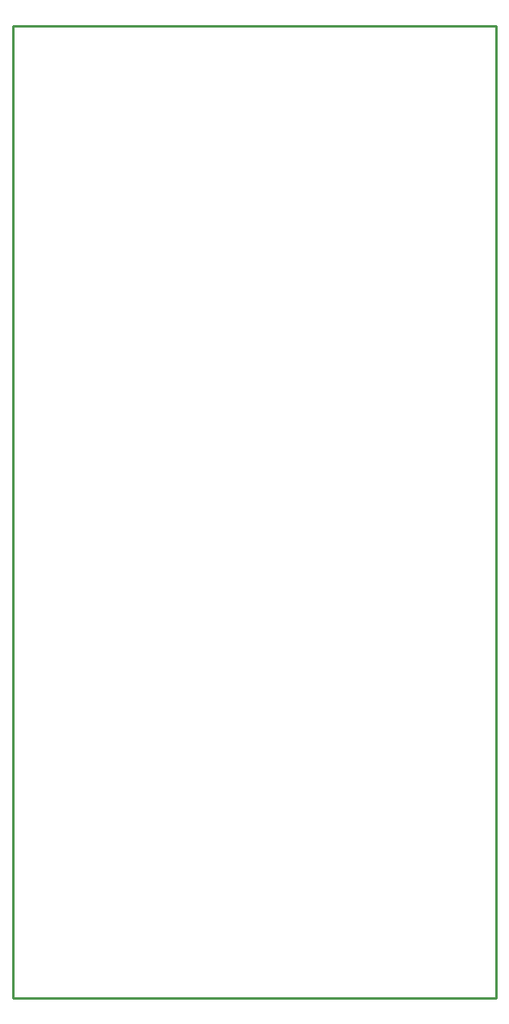
<source format=gbr>
G04 EAGLE Gerber RS-274X export*
G75*
%MOMM*%
%FSLAX34Y34*%
%LPD*%
%IN*%
%IPPOS*%
%AMOC8*
5,1,8,0,0,1.08239X$1,22.5*%
G01*
%ADD10C,0.254000*%


D10*
X215900Y25400D02*
X720600Y25400D01*
X720600Y1041300D01*
X215900Y1041300D01*
X215900Y25400D01*
M02*

</source>
